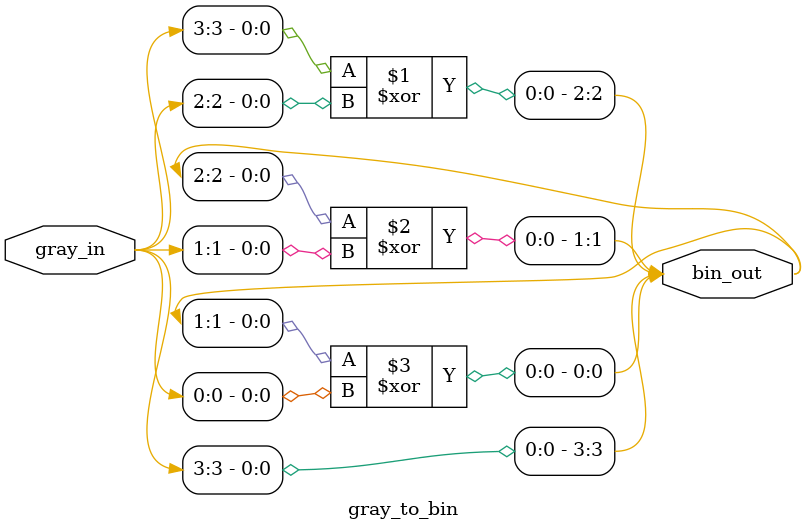
<source format=v>
module gray_to_bin(
    gray_in,
    bin_out
    );
parameter WIDTH = 4;

input[WIDTH-1:0] gray_in;
output wire[WIDTH-1:0] bin_out;

// genvar i;
// generate
//     for (i = 0; i < WIDTH; i = i + 1)
//         assign bin_out[i] = ^(gray_in >> i);
// endgenerate

genvar idx;
generate
    assign bin_out[WIDTH-1] = gray_in[WIDTH-1];
    for (idx = WIDTH - 2; idx >= 0; idx = idx -1) begin
        assign bin_out[idx] = bin_out[idx+1] ^ gray_in[idx];
    end
endgenerate

// reg[WIDTH-1:0] binary;
// integer idx;
// always @ (*) begin
//     binary[WIDTH-1] = gray_in[WIDTH-1];
//     for (idx = WIDTH - 2; idx >= 0; idx = idx -1) begin
//         binary[idx] = binary[idx+1] ^ gray_in[idx];
//     end
// end
// assign bin_out = binary;

// always @(*) begin
//     bin_out[3] = gray_in[3];
//     bin_out[2] = gray_in[2]^bin_out[3];
//     bin_out[1] = gray_in[1]^bin_out[2];
//     bin_out[0] = gray_in[0]^bin_out[1];
// end

endmodule
</source>
